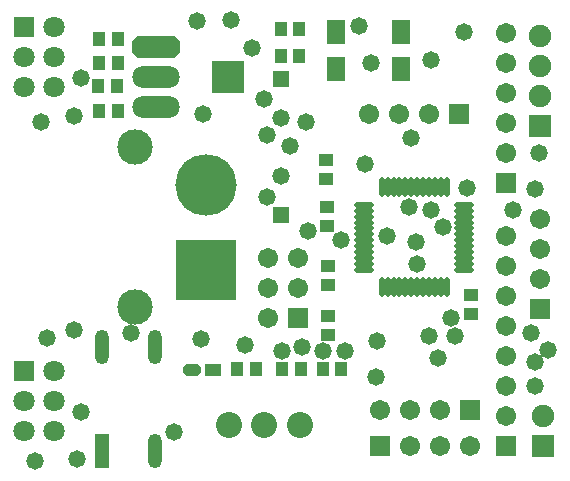
<source format=gts>
G04*
G04 #@! TF.GenerationSoftware,Altium Limited,Altium Designer,19.0.12 (326)*
G04*
G04 Layer_Color=8388736*
%FSLAX25Y25*%
%MOIN*%
G70*
G01*
G75*
%ADD31R,0.03950X0.04737*%
G04:AMPARAMS|DCode=32|XSize=158mil|YSize=73mil|CornerRadius=0mil|HoleSize=0mil|Usage=FLASHONLY|Rotation=0.000|XOffset=0mil|YOffset=0mil|HoleType=Round|Shape=Octagon|*
%AMOCTAGOND32*
4,1,8,0.07900,-0.01825,0.07900,0.01825,0.06075,0.03650,-0.06075,0.03650,-0.07900,0.01825,-0.07900,-0.01825,-0.06075,-0.03650,0.06075,-0.03650,0.07900,-0.01825,0.0*
%
%ADD32OCTAGOND32*%

%ADD33O,0.15800X0.07300*%
%ADD34R,0.10800X0.10800*%
%ADD35O,0.06509X0.01981*%
%ADD36O,0.01981X0.06509*%
%ADD37R,0.04737X0.03950*%
%ADD38R,0.05800X0.05800*%
%ADD39R,0.05800X0.04300*%
G04:AMPARAMS|DCode=40|XSize=58mil|YSize=43mil|CornerRadius=0mil|HoleSize=0mil|Usage=FLASHONLY|Rotation=180.000|XOffset=0mil|YOffset=0mil|HoleType=Round|Shape=Octagon|*
%AMOCTAGOND40*
4,1,8,-0.02900,0.01075,-0.02900,-0.01075,-0.01825,-0.02150,0.01825,-0.02150,0.02900,-0.01075,0.02900,0.01075,0.01825,0.02150,-0.01825,0.02150,-0.02900,0.01075,0.0*
%
%ADD40OCTAGOND40*%

%ADD41O,0.04737X0.11430*%
%ADD42R,0.04737X0.11430*%
%ADD43R,0.05918X0.08280*%
%ADD44C,0.06706*%
%ADD45R,0.06706X0.06706*%
%ADD46C,0.07493*%
%ADD47R,0.07493X0.07493*%
%ADD48C,0.05800*%
%ADD49R,0.06706X0.06706*%
%ADD50R,0.20485X0.20485*%
%ADD51C,0.20485*%
%ADD52C,0.11824*%
%ADD53C,0.07099*%
%ADD54R,0.07099X0.07099*%
%ADD55C,0.08674*%
D31*
X30850Y121000D02*
D03*
X37150D02*
D03*
Y145000D02*
D03*
X30850D02*
D03*
X37000Y129500D02*
D03*
X30701D02*
D03*
X30850Y137000D02*
D03*
X37150D02*
D03*
X111724Y35131D02*
D03*
X105425D02*
D03*
X97752Y139500D02*
D03*
X91453D02*
D03*
X97752Y148500D02*
D03*
X91453D02*
D03*
X83150Y35000D02*
D03*
X76850D02*
D03*
X98150Y35131D02*
D03*
X91850D02*
D03*
D32*
X50000Y142500D02*
D03*
D33*
Y122500D02*
D03*
Y132500D02*
D03*
D34*
X74000Y132500D02*
D03*
D35*
X119366Y89827D02*
D03*
Y87858D02*
D03*
Y85890D02*
D03*
Y83921D02*
D03*
Y81953D02*
D03*
Y79984D02*
D03*
Y78016D02*
D03*
Y76047D02*
D03*
Y74079D02*
D03*
Y72110D02*
D03*
Y70142D02*
D03*
Y68173D02*
D03*
X152634D02*
D03*
Y70142D02*
D03*
Y72110D02*
D03*
Y74079D02*
D03*
Y76047D02*
D03*
Y78016D02*
D03*
Y79984D02*
D03*
Y81953D02*
D03*
Y83921D02*
D03*
Y85890D02*
D03*
Y87858D02*
D03*
Y89827D02*
D03*
D36*
X125173Y62366D02*
D03*
X127142D02*
D03*
X129110D02*
D03*
X131079D02*
D03*
X133047D02*
D03*
X135016D02*
D03*
X136984D02*
D03*
X138953D02*
D03*
X140921D02*
D03*
X142890D02*
D03*
X144858D02*
D03*
X146827D02*
D03*
Y95634D02*
D03*
X144858D02*
D03*
X142890D02*
D03*
X140921D02*
D03*
X138953D02*
D03*
X136984D02*
D03*
X135016D02*
D03*
X133047D02*
D03*
X131079D02*
D03*
X129110D02*
D03*
X127142D02*
D03*
X125173D02*
D03*
D37*
X107000Y82850D02*
D03*
Y89150D02*
D03*
X106500Y104827D02*
D03*
Y98527D02*
D03*
X155053Y53350D02*
D03*
Y59650D02*
D03*
X107350Y69500D02*
D03*
Y63201D02*
D03*
X107394Y52799D02*
D03*
Y46500D02*
D03*
D38*
X91500Y86469D02*
D03*
Y131744D02*
D03*
D39*
X68960Y34868D02*
D03*
D40*
X61960D02*
D03*
D41*
X32000Y42500D02*
D03*
X49716D02*
D03*
Y7854D02*
D03*
D42*
X32000D02*
D03*
D43*
X109949Y147598D02*
D03*
X131602D02*
D03*
Y135000D02*
D03*
X109949D02*
D03*
D44*
X178000Y85221D02*
D03*
Y75221D02*
D03*
Y65221D02*
D03*
X166500Y107000D02*
D03*
Y117000D02*
D03*
Y127000D02*
D03*
Y137000D02*
D03*
Y147000D02*
D03*
Y19568D02*
D03*
Y29568D02*
D03*
Y39568D02*
D03*
Y49569D02*
D03*
Y59569D02*
D03*
Y69569D02*
D03*
Y79568D02*
D03*
X121000Y120000D02*
D03*
X131000D02*
D03*
X141000D02*
D03*
X154500Y9500D02*
D03*
X144500D02*
D03*
X134500D02*
D03*
X87324Y72000D02*
D03*
X97324D02*
D03*
X87324Y62000D02*
D03*
X97324D02*
D03*
X87324Y52000D02*
D03*
X144500Y21500D02*
D03*
X134500D02*
D03*
X124500D02*
D03*
D45*
X178000Y55221D02*
D03*
X166500Y97000D02*
D03*
Y9568D02*
D03*
X97324Y52000D02*
D03*
D46*
X179000Y19568D02*
D03*
X178000Y126000D02*
D03*
Y136000D02*
D03*
Y146000D02*
D03*
D47*
X179000Y9568D02*
D03*
X178000Y116000D02*
D03*
D48*
X91500Y99500D02*
D03*
Y118713D02*
D03*
X9500Y4500D02*
D03*
X23500Y5000D02*
D03*
X119720Y103500D02*
D03*
X176330Y95000D02*
D03*
X175000Y47000D02*
D03*
X123513Y44507D02*
D03*
X144000Y38763D02*
D03*
X92000Y41000D02*
D03*
X56000Y14247D02*
D03*
X41500Y47000D02*
D03*
X65000Y45000D02*
D03*
X13500Y45500D02*
D03*
X25000Y20920D02*
D03*
X22500Y48000D02*
D03*
X180500Y41500D02*
D03*
X141500Y138000D02*
D03*
X152745Y147598D02*
D03*
X117500Y149500D02*
D03*
X121500Y137000D02*
D03*
X100000Y117500D02*
D03*
X94500Y109500D02*
D03*
X87000Y92500D02*
D03*
Y113000D02*
D03*
X86000Y125000D02*
D03*
X82000Y142051D02*
D03*
X75000Y151500D02*
D03*
X63500Y151000D02*
D03*
X25000Y132000D02*
D03*
X11500Y117500D02*
D03*
X148098Y52000D02*
D03*
X135000Y112000D02*
D03*
X127000Y79568D02*
D03*
X169000Y88000D02*
D03*
X153650Y95500D02*
D03*
X176330Y37500D02*
D03*
X100500Y81000D02*
D03*
X134242Y89000D02*
D03*
X145500Y82500D02*
D03*
X141500Y88000D02*
D03*
X136984Y70150D02*
D03*
X79500Y43000D02*
D03*
X65500Y119956D02*
D03*
X136500Y77500D02*
D03*
X98500Y42500D02*
D03*
X105425Y41000D02*
D03*
X111500Y78000D02*
D03*
X112799Y41000D02*
D03*
X141000Y46000D02*
D03*
X149500D02*
D03*
X176217Y29500D02*
D03*
X177500Y107000D02*
D03*
X123320Y32500D02*
D03*
X22500Y119500D02*
D03*
D49*
X151000Y120000D02*
D03*
X124500Y9500D02*
D03*
X154500Y21500D02*
D03*
D50*
X66622Y68252D02*
D03*
D51*
Y96598D02*
D03*
D52*
X43000Y109000D02*
D03*
Y55850D02*
D03*
D53*
X16000Y14500D02*
D03*
X6000D02*
D03*
X16000Y24500D02*
D03*
X6000D02*
D03*
X16000Y34500D02*
D03*
Y129000D02*
D03*
X6000D02*
D03*
X16000Y139000D02*
D03*
X6000D02*
D03*
X16000Y149000D02*
D03*
D54*
X6000Y34500D02*
D03*
Y149000D02*
D03*
D55*
X74189Y16500D02*
D03*
X97811D02*
D03*
X86000D02*
D03*
M02*

</source>
